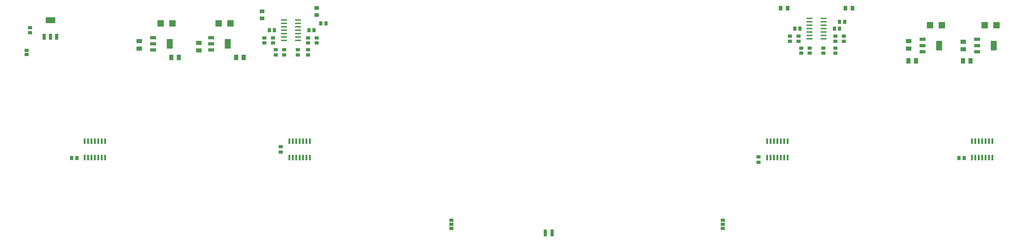
<source format=gbr>
G04 EAGLE Gerber RS-274X export*
G75*
%MOMM*%
%FSLAX34Y34*%
%LPD*%
%INSolderpaste Bottom*%
%IPPOS*%
%AMOC8*
5,1,8,0,0,1.08239X$1,22.5*%
G01*
%ADD10R,0.660400X2.032000*%
%ADD11R,1.500000X1.300000*%
%ADD12R,1.219200X2.235200*%
%ADD13R,3.600000X2.200000*%
%ADD14R,2.235200X1.219200*%
%ADD15R,2.200000X3.600000*%
%ADD16R,1.600000X2.000000*%
%ADD17R,2.400000X2.400000*%
%ADD18R,2.000000X1.600000*%
%ADD19R,2.200000X0.600000*%
%ADD20R,1.600000X1.300000*%
%ADD21R,1.300000X1.600000*%
%ADD22R,1.600200X1.168400*%
%ADD23R,1.800000X1.400000*%
%ADD24R,1.400000X1.800000*%
%ADD25R,1.270000X2.540000*%


D10*
X342900Y411734D03*
X342900Y350266D03*
X355600Y411734D03*
X368300Y411734D03*
X355600Y350266D03*
X368300Y350266D03*
X381000Y411734D03*
X381000Y350266D03*
X393700Y411734D03*
X406400Y411734D03*
X393700Y350266D03*
X406400Y350266D03*
X419100Y411734D03*
X419100Y350266D03*
D11*
X139700Y835000D03*
X139700Y816000D03*
D12*
X239014Y800862D03*
X215900Y800862D03*
X192786Y800862D03*
D13*
X215900Y862840D03*
D10*
X1104900Y411734D03*
X1104900Y350266D03*
X1117600Y411734D03*
X1130300Y411734D03*
X1117600Y350266D03*
X1130300Y350266D03*
X1143000Y411734D03*
X1143000Y350266D03*
X1155700Y411734D03*
X1168400Y411734D03*
X1155700Y350266D03*
X1168400Y350266D03*
X1181100Y411734D03*
X1181100Y350266D03*
D14*
X597662Y751586D03*
X597662Y774700D03*
X597662Y797814D03*
D15*
X659640Y774700D03*
D16*
X693450Y723900D03*
X665450Y723900D03*
D17*
X625700Y850900D03*
X669700Y850900D03*
D18*
X546100Y784890D03*
X546100Y756890D03*
D14*
X813562Y751586D03*
X813562Y774700D03*
X813562Y797814D03*
D15*
X875540Y774700D03*
D16*
X934750Y723900D03*
X906750Y723900D03*
D17*
X841600Y850900D03*
X885600Y850900D03*
D18*
X768350Y778540D03*
X768350Y750540D03*
D19*
X1137250Y850900D03*
X1085250Y850900D03*
X1137250Y863600D03*
X1137250Y838200D03*
X1137250Y825500D03*
X1085250Y863600D03*
X1085250Y838200D03*
X1085250Y825500D03*
X1137250Y800100D03*
X1085250Y800100D03*
X1137250Y812800D03*
X1137250Y787400D03*
X1085250Y812800D03*
X1085250Y787400D03*
D20*
X1174750Y777900D03*
X1174750Y796900D03*
X1206500Y796900D03*
X1206500Y777900D03*
X1174750Y733450D03*
X1174750Y752450D03*
X1136650Y752450D03*
X1136650Y733450D03*
D21*
X1177950Y825500D03*
X1196950Y825500D03*
D20*
X1043940Y796900D03*
X1043940Y777900D03*
X1012190Y777900D03*
X1012190Y796900D03*
X1054100Y733450D03*
X1054100Y752450D03*
X1085850Y752450D03*
X1085850Y733450D03*
D21*
X1049630Y825500D03*
X1030630Y825500D03*
D22*
X127000Y750570D03*
X127000Y735330D03*
D23*
X1206500Y882062D03*
X1206500Y908638D03*
X1003300Y869362D03*
X1003300Y895938D03*
D10*
X2882900Y411734D03*
X2882900Y350266D03*
X2895600Y411734D03*
X2908300Y411734D03*
X2895600Y350266D03*
X2908300Y350266D03*
X2921000Y411734D03*
X2921000Y350266D03*
X2933700Y411734D03*
X2946400Y411734D03*
X2933700Y350266D03*
X2946400Y350266D03*
X2959100Y411734D03*
X2959100Y350266D03*
X3644900Y411734D03*
X3644900Y350266D03*
X3657600Y411734D03*
X3670300Y411734D03*
X3657600Y350266D03*
X3670300Y350266D03*
X3683000Y411734D03*
X3683000Y350266D03*
X3695700Y411734D03*
X3708400Y411734D03*
X3695700Y350266D03*
X3708400Y350266D03*
X3721100Y411734D03*
X3721100Y350266D03*
D14*
X3461512Y745236D03*
X3461512Y768350D03*
X3461512Y791464D03*
D15*
X3523490Y768350D03*
D16*
X3408650Y711200D03*
X3436650Y711200D03*
D17*
X3489550Y844550D03*
X3533550Y844550D03*
D18*
X3409950Y784890D03*
X3409950Y756890D03*
D14*
X3664712Y745236D03*
X3664712Y768350D03*
X3664712Y791464D03*
D15*
X3726690Y768350D03*
D16*
X3611850Y711200D03*
X3639850Y711200D03*
D17*
X3692750Y844550D03*
X3736750Y844550D03*
D18*
X3613150Y782350D03*
X3613150Y754350D03*
D19*
X3093050Y857250D03*
X3041050Y857250D03*
X3093050Y869950D03*
X3093050Y844550D03*
X3093050Y831850D03*
X3041050Y869950D03*
X3041050Y844550D03*
X3041050Y831850D03*
X3093050Y806450D03*
X3041050Y806450D03*
X3093050Y819150D03*
X3093050Y793750D03*
X3041050Y819150D03*
X3041050Y793750D03*
D20*
X3136900Y784250D03*
X3136900Y803250D03*
X3168650Y784250D03*
X3168650Y803250D03*
X3136900Y739800D03*
X3136900Y758800D03*
X3092450Y758800D03*
X3092450Y739800D03*
D21*
X3133750Y831850D03*
X3152750Y831850D03*
D20*
X2999740Y803250D03*
X2999740Y784250D03*
X2967990Y784250D03*
X2967990Y803250D03*
X3009900Y739800D03*
X3009900Y758800D03*
X3041650Y758800D03*
X3041650Y739800D03*
D21*
X3005430Y831850D03*
X2986430Y831850D03*
D24*
X3174412Y908050D03*
X3200988Y908050D03*
X2959688Y908050D03*
X2933112Y908050D03*
D25*
X2082800Y69850D03*
X2057400Y69850D03*
D22*
X1708150Y116840D03*
X1708150Y101600D03*
X1708150Y86360D03*
X2717800Y116840D03*
X2717800Y101600D03*
X2717800Y86360D03*
D20*
X1073150Y371000D03*
X1073150Y391000D03*
D21*
X314800Y349250D03*
X294800Y349250D03*
X1221900Y850900D03*
X1241900Y850900D03*
D20*
X2851150Y352900D03*
X2851150Y332900D03*
D21*
X3616800Y349250D03*
X3596800Y349250D03*
X3152300Y857250D03*
X3172300Y857250D03*
M02*

</source>
